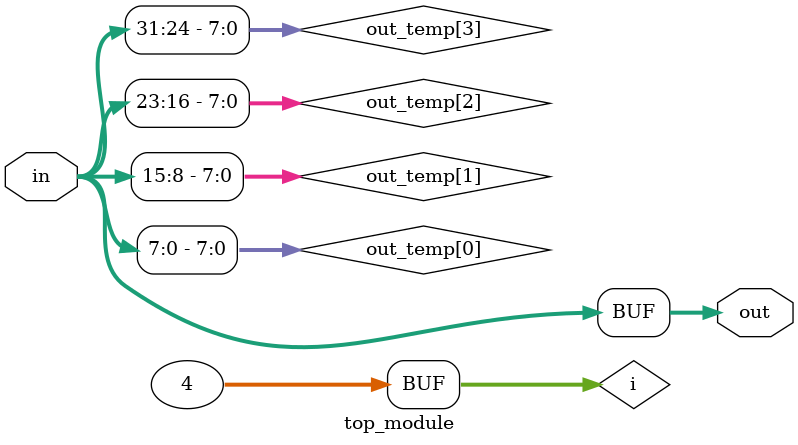
<source format=sv>
module top_module (
    input [31:0] in,
    output [31:0] out
);

    reg [7:0] out_temp [3:0];
    integer i;

    always @(*) begin
        for (i = 0; i < 4; i = i + 1) begin
            out_temp[i] = in[i * 8 +: 8];
        end
        
        out = {out_temp[3], out_temp[2], out_temp[1], out_temp[0]};
    end

endmodule

</source>
